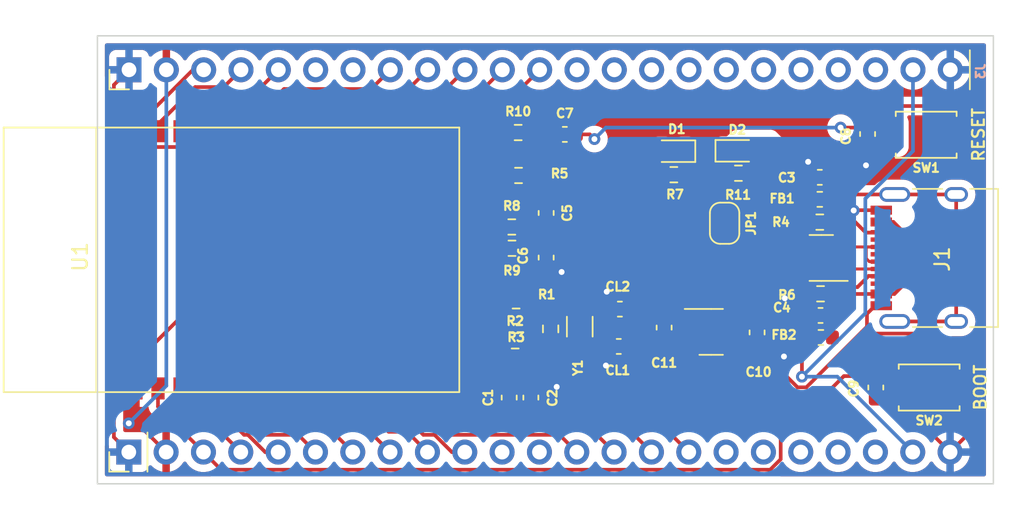
<source format=kicad_pcb>
(kicad_pcb (version 20211014) (generator pcbnew)
  (layers (0 "F.Cu" signal) (31 "B.Cu" signal) (34 "B.Paste" user) (35 "F.Paste" user) (36 "B.SilkS" user "B.Silkscreen") (37 "F.SilkS" user "F.Silkscreen") (38 "B.Mask" user) (39 "F.Mask" user) (44 "Edge.Cuts" user))
  (net 0 "")
  (net 1 "+3V3")
  (net 2 "GND")
  (net 3 "Net-(C3-Pad1)")
  (net 4 "VUSB")
  (net 5 "/USB_D+")
  (net 6 "/EN")
  (net 7 "/IO0")
  (net 8 "+5V")
  (net 9 "Net-(CL1-Pad2)")
  (net 10 "Net-(CL2-Pad2)")
  (net 11 "Net-(D1-Pad2)")
  (net 12 "Net-(D2-Pad2)")
  (net 13 "/D+")
  (net 14 "Net-(J1-PadB5)")
  (net 16 "/D-")
  (net 17 "Net-(J1-PadA5)")
  (net 19 "/IO1")
  (net 20 "/IO2")
  (net 21 "/IO3")
  (net 22 "/IO4")
  (net 23 "/IO5")
  (net 24 "/IO6")
  (net 25 "/IO7")
  (net 26 "/IO8")
  (net 27 "/IO9")
  (net 28 "/IO10")
  (net 29 "/IO11")
  (net 30 "/IO12")
  (net 31 "/IO13")
  (net 32 "/IO14")
  (net 33 "/IO15")
  (net 34 "/IO16")
  (net 35 "/IO17")
  (net 36 "/IO18")
  (net 37 "/IO46")
  (net 38 "/IO45")
  (net 39 "/IO44")
  (net 40 "/IO43")
  (net 41 "/IO42")
  (net 42 "/IO41")
  (net 43 "/IO40")
  (net 44 "/IO39")
  (net 45 "/IO38")
  (net 46 "/IO37")
  (net 47 "/IO36")
  (net 48 "/IO35")
  (net 49 "/IO34")
  (net 50 "/IO33")
  (net 51 "/IO26")
  (net 52 "/IO21")
  (net 53 "/IO20")
  (net 54 "/IO19")
  (net 55 "Net-(JP1-Pad1)")
  (net 56 "/TXD0")
  (net 57 "/RXD0")
  (net 58 "/USB_D-")
  (footprint "Capacitor_SMD:C_0603_1608Metric" (layer "F.Cu") (at 99.2124 74.3204 180)
    (fp_text reference "C4")
    (fp_text value "C_Small")
  )
  (footprint "Resistor_SMD:R_0603_1608Metric" (layer "F.Cu") (at 78.4992 74.3712 180)
    (fp_text reference "R3")
    (fp_text value "R_Small")
  )
  (footprint "Capacitor_SMD:C_0603_1608Metric" (layer "F.Cu") (at 85.4834 76.4286)
    (fp_text reference "CL1")
    (fp_text value "C_Small")
  )
  (footprint "Capacitor_SMD:C_0603_1608Metric" (layer "F.Cu") (at 81.8134 62.0014)
    (fp_text reference "C7")
    (fp_text value "C_Small")
  )
  (footprint "Resistor_SMD:R_0603_1608Metric" (layer "F.Cu") (at 78.6384 61.8744)
    (fp_text reference "R10")
    (fp_text value "R")
  )
  (footprint "Resistor_SMD:R_0603_1608Metric" (layer "F.Cu") (at 89.2302 64.7446 180)
    (fp_text reference "R7")
    (fp_text value "100r")
  )
  (footprint "Capacitor_SMD:C_0603_1608Metric" (layer "F.Cu") (at 99.1616 64.9224 180)
    (fp_text reference "C3")
    (fp_text value "C")
  )
  (footprint "Resistor_SMD:R_0603_1608Metric" (layer "F.Cu") (at 99.2124 72.8472 180)
    (fp_text reference "R6")
    (fp_text value "R")
  )
  (footprint "Capacitor_SMD:C_0603_1608Metric" (layer "F.Cu") (at 102.4128 61.976 -90)
    (fp_text reference "C8")
    (fp_text value "C")
  )
  (footprint "Resistor_SMD:R_0603_1608Metric" (layer "F.Cu") (at 78.4352 76.0476 180)
    (fp_text reference "R2")
    (fp_text value "R_Small")
  )
  (footprint "Connector_PinHeader_2.54mm:PinHeader_1x23_P2.54mm_Vertical" (layer "F.Cu") (at 52.1462 83.6168 90)
    (fp_text reference "J2" hide)
    (fp_text value "Conn_01x23" hide)
  )
  (footprint "ESP32-S2-Breakout:USB_C_Receptacle_HRO_TYPE-C-31-M-12" (layer "F.Cu") (at 107.3912 70.4088 90)
    (fp_text reference "J1")
    (fp_text value "USB_C_Receptacle_USB2.0" hide)
  )
  (footprint "Resistor_SMD:R_0603_1608Metric" (layer "F.Cu") (at 78.2198 69.7484)
    (fp_text reference "R9")
    (fp_text value "R_Small")
  )
  (footprint "Resistor_SMD:R_0603_1608Metric" (layer "F.Cu") (at 78.6638 64.7954)
    (fp_text reference "R5")
    (fp_text value "R_Small")
  )
  (footprint "Resistor_SMD:R_0603_1608Metric" (layer "F.Cu") (at 80.8482 75.2348 90)
    (fp_text reference "R1")
    (fp_text value "R_Small")
  )
  (footprint "ESP32-S2-Breakout:Alps_SKRK" (layer "F.Cu") (at 106.6038 79.2226 180)
    (fp_text reference "SW2")
    (fp_text value "BOOT")
  )
  (footprint "Capacitor_SMD:C_0603_1608Metric" (layer "F.Cu") (at 94.8944 75.4764 90)
    (fp_text reference "C10")
    (fp_text value "C")
  )
  (footprint "Capacitor_SMD:C_0603_1608Metric" (layer "F.Cu") (at 79.502 79.9084 90)
    (fp_text reference "C2")
    (fp_text value "0.1u")
  )
  (footprint "Capacitor_SMD:C_0603_1608Metric" (layer "F.Cu") (at 80.5434 70.3834 -90)
    (fp_text reference "C6")
    (fp_text value "C_Small")
  )
  (footprint "Inductor_SMD:L_0603_1608Metric" (layer "F.Cu") (at 99.1616 66.421 180)
    (fp_text reference "FB1")
    (fp_text value "FerriteBead")
  )
  (footprint "Package_TO_SOT_SMD:SOT-23-5" (layer "F.Cu") (at 91.7702 75.438)
    (fp_text reference "U3" hide)
    (fp_text value "XC6220B331MR")
  )
  (footprint "Capacitor_SMD:C_0603_1608Metric" (layer "F.Cu") (at 102.9716 79.2226 -90)
    (fp_text reference "C9")
    (fp_text value "C")
  )
  (footprint "Capacitor_SMD:C_0603_1608Metric" (layer "F.Cu") (at 88.5698 75.1462 -90)
    (fp_text reference "C11")
    (fp_text value "C")
  )
  (footprint "Resistor_SMD:R_0603_1608Metric" (layer "F.Cu") (at 99.1616 67.9704 180)
    (fp_text reference "R4")
    (fp_text value "R")
  )
  (footprint "Capacitor_SMD:C_0603_1608Metric" (layer "F.Cu") (at 85.5596 73.8886)
    (fp_text reference "CL2")
    (fp_text value "C_Small")
  )
  (footprint "LED_SMD:LED_0603_1608Metric" (layer "F.Cu") (at 93.5482 63.119)
    (fp_text reference "D2")
    (fp_text value "LED")
  )
  (footprint "LED_SMD:LED_0603_1608Metric" (layer "F.Cu") (at 89.2048 63.1444 180)
    (fp_text reference "D1")
    (fp_text value "led")
  )
  (footprint "Capacitor_SMD:C_0603_1608Metric" (layer "F.Cu") (at 80.5434 67.3484 -90)
    (fp_text reference "C5")
    (fp_text value "C_Small")
  )
  (footprint "Capacitor_SMD:C_0603_1608Metric" (layer "F.Cu") (at 78.0288 79.9084 90)
    (fp_text reference "C1")
    (fp_text value "22u")
  )
  (footprint "ESP32-S2-Breakout:Alps_SKRK" (layer "F.Cu") (at 106.4006 62.0268 180)
    (fp_text reference "SW1")
    (fp_text value "RESET")
  )
  (footprint "Package_TO_SOT_SMD:SOT-23-6" (layer "F.Cu") (at 99.2632 70.4088 180)
    (fp_text reference "U2" hide)
    (fp_text value "USBLC6-2SC6")
  )
  (footprint "Jumper:SolderJumper-2_P1.3mm_Bridged2Bar_RoundedPad1.0x1.5mm" (layer "F.Cu") (at 92.6846 68.0466 -90)
    (fp_text reference "JP1")
    (fp_text value "SolderJumper_2_Bridged")
  )
  (footprint "Connector_PinHeader_2.54mm:PinHeader_1x23_P2.54mm_Vertical" (layer "F.Cu") (at 52.1612 57.6072 90)
    (fp_text reference "J3")
    (fp_text value "Conn_01x23" hide)
  )
  (footprint "ESP32-S2-Breakout:Crystal_SMD_3215-2Pin_3.2x1.5mm" (layer "F.Cu") (at 82.8294 75.0824 90)
    (fp_text reference "Y1")
    (fp_text value "32.768KHz 12.5p" hide)
  )
  (footprint "Resistor_SMD:R_0603_1608Metric" (layer "F.Cu") (at 78.2066 68.3006)
    (fp_text reference "R8")
    (fp_text value "22r")
  )
  (footprint "Inductor_SMD:L_0603_1608Metric" (layer "F.Cu") (at 99.2378 75.819 180)
    (fp_text reference "FB2")
    (fp_text value "FerriteBead")
  )
  (footprint "Resistor_SMD:R_0603_1608Metric" (layer "F.Cu") (at 93.6244 64.643)
    (fp_text reference "R11")
    (fp_text value "R")
  )
  (footprint "ESP32-S2-Breakout:ESP32-S2-WROOM" (layer "F.Cu") (at 43.633212 79.5358 90)
    (fp_text reference "U1")
    (fp_text value "ESP32-S2-WROOM")
  )
  (gr_rect locked (start 50.0126 55.2958) (end 110.9726 85.7758) (layer "Edge.Cuts") (width 0.1) (fill none))
  (segment (start 79.4634 64.77) (end 79.4888 64.7954) (width 0.25) (layer "F.Cu") (net 1))
  (segment (start 52.145 81.658) (end 52.7274 81.658) (width 0.25) (layer "F.Cu") (net 1))
  (segment (start 52.7274 81.658) (end 54.6862 83.6168) (width 0.25) (layer "F.Cu") (net 1))
  (segment (start 52.633212 81.169788) (end 52.633212 79.2858) (width 0.25) (layer "F.Cu") (net 1))
  (segment (start 79.4634 61.8744) (end 79.4634 64.77) (width 0.25) (layer "F.Cu") (net 1))
  (segment (start 52.145 81.658) (end 52.633212 81.169788) (width 0.25) (layer "F.Cu") (net 1))
  (via (at 52.145 81.658) (size 0.8) (drill 0.4) (layers "F.Cu" "B.Cu") (net 1))
  (segment (start 54.7012 57.6072) (end 54.7012 79.1018) (width 0.25) (layer "B.Cu") (net 1))
  (segment (start 54.7012 79.1018) (end 52.145 81.658) (width 0.25) (layer "B.Cu") (net 1))
  (segment (start 59.183212 70.2258) (end 59.183212 71.7258) (width 0.25) (layer "F.Cu") (net 2))
  (segment (start 98.3866 63.8856) (end 98.367 63.866) (width 0.25) (layer "F.Cu") (net 2))
  (segment (start 109.42832 82.21468) (end 109.42832 78.205337) (width 0.25) (layer "F.Cu") (net 2))
  (segment (start 98.3866 64.9224) (end 95.78368 62.31948) (width 0.25) (layer "F.Cu") (net 2))
  (segment (start 84.7846 73.8886) (end 84.7846 72.8236) (width 0.25) (layer "F.Cu") (net 2))
  (segment (start 102.9716 79.9976) (end 103.7288 79.9976) (width 0.25) (layer "F.Cu") (net 2))
  (segment (start 56.893212 73.2258) (end 57.683212 73.2258) (width 0.25) (layer "F.Cu") (net 2))
  (segment (start 59.183212 71.7258) (end 57.683212 71.7258) (width 0.25) (layer "F.Cu") (net 2))
  (segment (start 90.6327 75.438) (end 90.249128 75.438) (width 0.25) (layer "F.Cu") (net 2))
  (segment (start 88.5698 75.9212) (end 89.053 75.438) (width 0.25) (layer "F.Cu") (net 2))
  (segment (start 98.3741 67.8567) (end 98.3366 67.8942) (width 0.25) (layer "F.Cu") (net 2))
  (segment (start 84.7846 72.8236) (end 84.665 72.704) (width 0.25) (layer "F.Cu") (net 2))
  (segment (start 89.64568 74.834552) (end 89.64568 74.141448) (width 0.25) (layer "F.Cu") (net 2))
  (segment (start 60.683212 73.2258) (end 60.683212 70.2258) (width 0.25) (layer "F.Cu") (net 2))
  (segment (start 96.779 73.151) (end 98.0836 73.151) (width 0.25) (layer "F.Cu") (net 2))
  (segment (start 102.305 62.8588) (end 102.4128 62.751) (width 0.25) (layer "F.Cu") (net 2))
  (segment (start 80.749 71.364) (end 80.5434 71.1584) (width 0.25) (layer "F.Cu") (net 2))
  (segment (start 96.723 78.287614) (end 96.723 77.114) (width 0.25) (layer "F.Cu") (net 2))
  (segment (start 89.053 75.438) (end 90.6327 75.438) (width 0.25) (layer "F.Cu") (net 2))
  (segment (start 102.11832 75.55332) (end 102.010807 75.445807) (width 0.25) (layer "F.Cu") (net 2))
  (segment (start 98.3866 64.9224) (end 98.3866 63.8856) (width 0.25) (layer "F.Cu") (net 2))
  (segment (start 88.5698 75.9212) (end 88.27768 75.62908) (width 0.25) (layer "F.Cu") (net 2))
  (segment (start 57.683212 73.2258) (end 60.683212 73.2258) (width 0.25) (layer "F.Cu") (net 2))
  (segment (start 98.246103 79.210511) (end 97.645897 79.210511) (width 0.25) (layer "F.Cu") (net 2))
  (segment (start 104.5038 79.2226) (end 105.82832 80.54712) (width 0.25) (layer "F.Cu") (net 2))
  (segment (start 85.50792 75.62908) (end 84.7084 76.4286) (width 0.25) (layer "F.Cu") (net 2))
  (segment (start 96.5454 74.7014) (end 96.9264 74.3204) (width 0.25) (layer "F.Cu") (net 2))
  (segment (start 51.133212 79.2858) (end 51.133212 82.603812) (width 0.25) (layer "F.Cu") (net 2))
  (segment (start 93.56022 62.31948) (end 92.7607 63.119) (width 0.25) (layer "F.Cu") (net 2))
  (segment (start 97.645897 79.210511) (end 96.723 78.287614) (width 0.25) (layer "F.Cu") (net 2))
  (segment (start 60.683212 70.2258) (end 57.683212 70.2258) (width 0.25) (layer "F.Cu") (net 2))
  (segment (start 105.82832 80.54712) (end 105.82832 81.41892) (width 0.25) (layer "F.Cu") (net 2))
  (segment (start 98.3866 66.4085) (end 98.3741 66.421) (width 0.25) (layer "F.Cu") (net 2))
  (segment (start 102.305 64.107) (end 102.305 62.8588) (width 0.25) (layer "F.Cu") (net 2))
  (segment (start 81.595 71.364) (end 80.749 71.364) (width 0.25) (layer "F.Cu") (net 2))
  (segment (start 77.470812 66.5734) (end 80.5434 66.5734) (width 0.25) (layer "F.Cu") (net 2))
  (segment (start 51.133212 79.2858) (end 51.133212 78.9858) (width 0.25) (layer "F.Cu") (net 2))
  (segment (start 96.9264 74.3204) (end 98.4374 74.3204) (width 0.25) (layer "F.Cu") (net 2))
  (segment (start 89.64568 74.141448) (end 89.923648 73.86348) (width 0.25) (layer "F.Cu") (net 2))
  (segment (start 102.9212 73.6588) (end 102.3712 74.2088) (width 0.25) (layer "F.Cu") (net 2))
  (segment (start 79.502 79.1334) (end 81.2134 79.1334) (width 0.25) (layer "F.Cu") (net 2))
  (segment (start 101.4872 67.1588) (end 101.468 67.178) (width 0.25) (layer "F.Cu") (net 2))
  (segment (start 95.78368 62.31948) (end 93.56022 62.31948) (width 0.25) (layer "F.Cu") (net 2))
  (segment (start 108.0262 83.6168) (end 109.42832 82.21468) (width 0.25) (layer "F.Cu") (net 2))
  (segment (start 103.3462 73.6588) (end 102.9212 73.6588) (width 0.25) (layer "F.Cu") (net 2))
  (segment (start 98.3874 74.2704) (end 98.4374 74.3204) (width 0.25) (layer "F.Cu") (net 2))
  (segment (start 89.923648 73.86348) (end 94.05648 73.86348) (width 0.25) (layer "F.Cu") (net 2))
  (segment (start 98.3366 66.4585) (end 98.3741 66.421) (width 0.25) (layer "F.Cu") (net 2))
  (segment (start 106.776303 75.55332) (end 102.11832 75.55332) (width 0.25) (layer "F.Cu") (net 2))
  (segment (start 94.8944 74.7014) (end 96.5454 74.7014) (width 0.25) (layer "F.Cu") (net 2))
  (segment (start 88.27768 75.62908) (end 85.50792 75.62908) (width 0.25) (layer "F.Cu") (net 2))
  (segment (start 102.3712 75.085414) (end 98.246103 79.210511) (width 0.25) (layer "F.Cu") (net 2))
  (segment (start 103.3462 67.1588) (end 101.4872 67.1588) (width 0.25) (layer "F.Cu") (net 2))
  (segment (start 94.05648 73.86348) (end 94.8944 74.7014) (width 0.25) (layer "F.Cu") (net 2))
  (segment (start 84.609 76.528) (end 84.7084 76.4286) (width 0.25) (layer "F.Cu") (net 2))
  (segment (start 84.609 77.728) (end 84.609 76.528) (width 0.25) (layer "F.Cu") (net 2))
  (segment (start 52.1612 57.6072) (end 51.133212 58.635188) (width 0.25) (layer "F.Cu") (net 2))
  (segment (start 78.0288 79.1334) (end 79.502 79.1334) (width 0.25) (layer "F.Cu") (net 2))
  (segment (start 81.0384 66.0784) (end 80.5434 66.5734) (width 0.25) (layer "F.Cu") (net 2))
  (segment (start 92.7353 63.1444) (end 92.7607 63.119) (width 0.25) (layer "F.Cu") (net 2))
  (segment (start 84.7846 76.3524) (end 84.7084 76.4286) (width 0.25) (layer "F.Cu") (net 2))
  (segment (start 98.0836 73.151) (end 98.3874 72.8472) (width 0.25) (layer "F.Cu") (net 2))
  (segment (start 90.249128 75.438) (end 89.64568 74.834552) (width 0.25) (layer "F.Cu") (net 2))
  (segment (start 51.133212 78.9858) (end 56.893212 73.2258) (width 0.25) (layer "F.Cu") (net 2))
  (segment (start 104.3006 62.0268) (end 103.137 62.0268) (width 0.25) (layer "F.Cu") (net 2))
  (segment (start 89.9923 63.1444) (end 92.7353 63.1444) (width 0.25) (layer "F.Cu") (net 2))
  (segment (start 81.0384 62.0014) (end 81.0384 66.0784) (width 0.25) (layer "F.Cu") (net 2))
  (segment (start 98.3741 66.421) (end 98.3741 67.8567) (width 0.25) (layer "F.Cu") (net 2))
  (segment (start 51.133212 58.635188) (end 51.133212 61.7858) (width 0.25) (layer "F.Cu") (net 2))
  (segment (start 103.137 62.0268) (end 102.4128 62.751) (width 0.25) (layer "F.Cu") (net 2))
  (segment (start 102.3712 74.2088) (end 102.3712 75.085414) (width 0.25) (layer "F.Cu") (net 2))
  (segment (start 57.683212 70.2258) (end 57.683212 73.2258) (width 0.25) (layer "F.Cu") (net 2))
  (segment (start 51.133212 82.603812) (end 52.1462 83.6168) (width 0.25) (layer "F.Cu") (net 2))
  (segment (start 103.7288 79.9976) (end 104.5038 79.2226) (width 0.25) (layer "F.Cu") (net 2))
  (segment (start 105.82832 81.41892) (end 108.0262 83.6168) (width 0.25) (layer "F.Cu") (net 2))
  (segment (start 74.383212 63.7858) (end 74.683212 63.7858) (width 0.25) (layer "F.Cu") (net 2))
  (segment (start 109.42832 78.205337) (end 106.776303 75.55332) (width 0.25) (layer "F.Cu") (net 2))
  (segment (start 98.3866 64.9224) (end 98.3866 66.4085) (width 0.25) (layer "F.Cu") (net 2))
  (segment (start 74.683212 63.7858) (end 77.470812 66.5734) (width 0.25) (layer "F.Cu") (net 2))
  (segment (start 84.7846 73.8886) (end 84.7846 76.3524) (width 0.25) (layer "F.Cu") (net 2))
  (segment (start 81.2134 79.1334) (end 81.26 79.18) (width 0.25) (layer "F.Cu") (net 2))
  (segment (start 98.3874 72.8472) (end 98.3874 74.2704) (width 0.25) (layer "F.Cu") (net 2))
  (via (at 98.367 63.866) (size 0.8) (drill 0.4) (layers "F.Cu" "B.Cu") (net 2))
  (via (at 102.305 64.107) (size 0.8) (drill 0.4) (layers "F.Cu" "B.Cu") (net 2))
  (via (at 84.609 77.728) (size 0.8) (drill 0.4) (layers "F.Cu" "B.Cu") (net 2))
  (via (at 101.468 67.178) (size 0.8) (drill 0.4) (layers "F.Cu" "B.Cu") (net 2))
  (via (at 84.665 72.704) (size 0.8) (drill 0.4) (layers "F.Cu" "B.Cu") (net 2))
  (via (at 81.26 79.18) (size 0.8) (drill 0.4) (layers "F.Cu" "B.Cu") (net 2))
  (via (at 81.595 71.364) (size 0.8) (drill 0.4) (layers "F.Cu" "B.Cu") (net 2))
  (via (at 96.779 73.151) (size 0.8) (drill 0.4) (layers "F.Cu" "B.Cu") (net 2))
  (via (at 96.723 77.114) (size 0.8) (drill 0.4) (layers "F.Cu" "B.Cu") (net 2))
  (segment (start 84.665 72.704) (end 83.325 71.364) (width 0.25) (layer "B.Cu") (net 2))
  (segment (start 83.325 71.364) (end 81.595 71.364) (width 0.25) (layer "B.Cu") (net 2))
  (segment (start 96.723 73.207) (end 96.779 73.151) (width 0.25) (layer "B.Cu") (net 2))
  (segment (start 101.468 67.178) (end 101.468 64.944) (width 0.25) (layer "B.Cu") (net 2))
  (segment (start 101.468 68.462) (end 96.779 73.151) (width 0.25) (layer "B.Cu") (net 2))
  (segment (start 96.723 77.114) (end 96.723 73.207) (width 0.25) (layer "B.Cu") (net 2))
  (segment (start 101.468 64.944) (end 102.305 64.107) (width 0.25) (layer "B.Cu") (net 2))
  (segment (start 82.712 77.728) (end 84.609 77.728) (width 0.25) (layer "B.Cu") (net 2))
  (segment (start 101.468 67.178) (end 101.468 68.462) (width 0.25) (layer "B.Cu") (net 2))
  (segment (start 81.26 79.18) (end 82.712 77.728) (width 0.25) (layer "B.Cu") (net 2))
  (segment (start 98.367 63.866) (end 102.064 63.866) (width 0.25) (layer "B.Cu") (net 2))
  (segment (start 102.064 63.866) (end 102.305 64.107) (width 0.25) (layer "B.Cu") (net 2))
  (segment (start 104.2612 66.0888) (end 108.4412 66.0888) (width 0.25) (layer "F.Cu") (net 3))
  (segment (start 99.9366 66.4085) (end 99.9491 66.421) (width 0.25) (layer "F.Cu") (net 3))
  (segment (start 99.9366 64.9224) (end 99.9366 66.4085) (width 0.25) (layer "F.Cu") (net 3))
  (segment (start 108.4412 74.7288) (end 104.2612 74.7288) (width 0.25) (layer "F.Cu") (net 3))
  (segment (start 100.2813 66.0888) (end 104.2612 66.0888) (width 0.25) (layer "F.Cu") (net 3))
  (segment (start 99.9491 66.421) (end 100.2813 66.0888) (width 0.25) (layer "F.Cu") (net 3))
  (segment (start 108.4412 66.0888) (end 108.4412 74.7288) (width 0.25) (layer "F.Cu") (net 3))
  (segment (start 104.239289 72.8588) (end 103.3462 72.8588) (width 0.25) (layer "F.Cu") (net 4))
  (segment (start 100.0253 74.3583) (end 99.9874 74.3204) (width 0.25) (layer "F.Cu") (net 4))
  (segment (start 100.0253 75.819) (end 100.0253 74.3583) (width 0.25) (layer "F.Cu") (net 4))
  (segment (start 104.795231 72.302858) (end 104.239289 72.8588) (width 0.25) (layer "F.Cu") (net 4))
  (segment (start 103.3462 72.8588) (end 101.449 72.8588) (width 0.25) (layer "F.Cu") (net 4))
  (segment (start 104.795231 68.583809) (end 104.795231 72.302858) (width 0.25) (layer "F.Cu") (net 4))
  (segment (start 104.170222 67.9588) (end 104.795231 68.583809) (width 0.25) (layer "F.Cu") (net 4))
  (segment (start 103.3462 67.9588) (end 104.170222 67.9588) (width 0.25) (layer "F.Cu") (net 4))
  (segment (start 101.449 72.8588) (end 99.9874 74.3204) (width 0.25) (layer "F.Cu") (net 4))
  (segment (start 52.633212 61.4858) (end 56.511812 57.6072) (width 0.25) (layer "F.Cu") (net 6))
  (segment (start 76.827489 62.860311) (end 77.8134 61.8744) (width 0.25) (layer "F.Cu") (net 6))
  (segment (start 81.66188 61.07488) (end 82.5884 62.0014) (width 0.25) (layer "F.Cu") (net 6))
  (segment (start 108.5006 62.0268) (end 108.5006 60.5962) (width 0.25) (layer "F.Cu") (net 6))
  (segment (start 83.5074 62.0014) (end 83.827 62.321) (width 0.25) (layer "F.Cu") (net 6))
  (segment (start 52.633212 61.7858) (end 52.633212 62.0858) (width 0.25) (layer "F.Cu") (net 6))
  (segment (start 52.633212 62.0858) (end 53.407723 62.860311) (width 0.25) (layer "F.Cu") (net 6))
  (segment (start 82.5884 62.0014) (end 83.5074 62.0014) (width 0.25) (layer "F.Cu") (net 6))
  (segment (start 107.9754 60.071) (end 103.5428 60.071) (width 0.25) (layer "F.Cu") (net 6))
  (segment (start 108.5006 60.5962) (end 107.9754 60.071) (width 0.25) (layer "F.Cu") (net 6))
  (segment (start 102.0748 61.539) (end 102.4128 61.201) (width 0.25) (layer "F.Cu") (net 6))
  (segment (start 56.511812 57.6072) (end 57.2412 57.6072) (width 0.25) (layer "F.Cu") (net 6))
  (segment (start 52.633212 61.7858) (end 52.633212 61.4858) (width 0.25) (layer "F.Cu") (net 6))
  (segment (start 100.575 61.539) (end 102.0748 61.539) (width 0.25) (layer "F.Cu") (net 6))
  (segment (start 103.5428 60.071) (end 102.4128 61.201) (width 0.25) (layer "F.Cu") (net 6))
  (segment (start 78.61292 61.07488) (end 81.66188 61.07488) (width 0.25) (layer "F.Cu") (net 6))
  (segment (start 77.8134 61.8744) (end 78.61292 61.07488) (width 0.25) (layer "F.Cu") (net 6))
  (segment (start 53.407723 62.860311) (end 76.827489 62.860311) (width 0.25) (layer "F.Cu") (net 6))
  (via (at 83.827 62.321) (size 0.8) (drill 0.4) (layers "F.Cu" "B.Cu") (net 6))
  (via (at 100.575 61.539) (size 0.8) (drill 0.4) (layers "F.Cu" "B.Cu") (net 6))
  (segment (start 83.827 62.321) (end 84.609 61.539) (width 0.25) (layer "B.Cu") (net 6))
  (segment (start 84.609 61.539) (end 100.575 61.539) (width 0.25) (layer "B.Cu") (net 6))
  (segment (start 58.4264 84.817) (end 57.2262 83.6168) (width 0.25) (layer "F.Cu") (net 7))
  (segment (start 96.500711 84.103299) (end 95.78701 84.817) (width 0.25) (layer "F.Cu") (net 7))
  (segment (start 107.904879 77.3176) (end 108.7038 78.116521) (width 0.25) (layer "F.Cu") (net 7))
  (segment (start 108.7038 78.116521) (end 108.7038 79.2226) (width 0.25) (layer "F.Cu") (net 7))
  (segment (start 96.500711 82.746289) (end 96.500711 84.103299) (width 0.25) (layer "F.Cu") (net 7))
  (segment (start 102.9716 78.4476) (end 104.1016 77.3176) (width 0.25) (layer "F.Cu") (net 7))
  (segment (start 102.9716 78.4476) (end 100.7994 78.4476) (width 0.25) (layer "F.Cu") (net 7))
  (segment (start 54.133212 80.523812) (end 57.2262 83.6168) (width 0.25) (layer "F.Cu") (net 7))
  (segment (start 104.1016 77.3176) (end 107.904879 77.3176) (width 0.25) (layer "F.Cu") (net 7))
  (segment (start 95.78701 84.817) (end 58.4264 84.817) (width 0.25) (layer "F.Cu") (net 7))
  (segment (start 54.133212 79.2858) (end 54.133212 80.523812) (width 0.25) (layer "F.Cu") (net 7))
  (segment (start 100.7994 78.4476) (end 96.500711 82.746289) (width 0.25) (layer "F.Cu") (net 7))
  (segment (start 90.6327 74.488) (end 91.016272 74.488) (width 0.25) (layer "F.Cu") (net 8))
  (segment (start 91.016272 76.388) (end 90.6327 76.388) (width 0.25) (layer "F.Cu") (net 8))
  (segment (start 96.5454 75.819) (end 98.4503 75.819) (width 0.25) (layer "F.Cu") (net 8))
  (segment (start 91.25722 77.01252) (end 94.13328 77.01252) (width 0.25) (layer "F.Cu") (net 8))
  (segment (start 90.6327 76.388) (end 91.25722 77.01252) (width 0.25) (layer "F.Cu") (net 8))
  (segment (start 91.61972 75.784552) (end 91.016272 76.388) (width 0.25) (layer "F.Cu") (net 8))
  (segment (start 97.946 78.486) (end 97.946 76.3233) (width 0.25) (layer "F.Cu") (net 8))
  (segment (start 91.61972 75.091448) (end 91.61972 75.784552) (width 0.25) (layer "F.Cu") (net 8))
  (segment (start 94.13328 77.01252) (end 94.8944 76.2514) (width 0.25) (layer "F.Cu") (net 8))
  (segment (start 97.946 76.3233) (end 98.4503 75.819) (width 0.25) (layer "F.Cu") (net 8))
  (segment (start 91.016272 74.488) (end 91.61972 75.091448) (width 0.25) (layer "F.Cu") (net 8))
  (segment (start 94.8944 76.2514) (end 96.113 76.2514) (width 0.25) (layer "F.Cu") (net 8))
  (segment (start 96.113 76.2514) (end 96.5454 75.819) (width 0.25) (layer "F.Cu") (net 8))
  (via (at 97.946 78.486) (size 0.8) (drill 0.4) (layers "F.Cu" "B.Cu") (net 8))
  (segment (start 102.26 74.172) (end 97.946 78.486) (width 0.25) (layer "B.Cu") (net 8))
  (segment (start 105.5012 57.6072) (end 105.5012 63.132753) (width 0.25) (layer "B.Cu") (net 8))
  (segment (start 102.26 66.373953) (end 102.26 74.172) (width 0.25) (layer "B.Cu") (net 8))
  (segment (start 100.3554 78.486) (end 97.946 78.486) (width 0.25) (layer "B.Cu") (net 8))
  (segment (start 105.4862 83.6168) (end 100.3554 78.486) (width 0.25) (layer "B.Cu") (net 8))
  (segment (start 105.5012 63.132753) (end 102.26 66.373953) (width 0.25) (layer "B.Cu") (net 8))
  (segment (start 80.8482 76.0598) (end 82.5568 76.0598) (width 0.25) (layer "F.Cu") (net 9))
  (segment (start 82.8294 77.6794) (end 83.66 78.51) (width 0.25) (layer "F.Cu") (net 9))
  (segment (start 85.67 78.51) (end 86.2584 77.9216) (width 0.25) (layer "F.Cu") (net 9))
  (segment (start 82.8294 76.3324) (end 82.8294 77.6794) (width 0.25) (layer "F.Cu") (net 9))
  (segment (start 82.5568 76.0598) (end 82.8294 76.3324) (width 0.25) (layer "F.Cu") (net 9))
  (segment (start 80.836 76.0476) (end 80.8482 76.0598) (width 0.25) (layer "F.Cu") (net 9))
  (segment (start 79.2602 76.0476) (end 80.836 76.0476) (width 0.25) (layer "F.Cu") (net 9))
  (segment (start 86.2584 77.9216) (end 86.2584 76.4286) (width 0.25) (layer "F.Cu") (net 9))
  (segment (start 83.66 78.51) (end 85.67 78.51) (width 0.25) (layer "F.Cu") (net 9))
  (segment (start 79.3242 74.3712) (end 80.8096 74.3712) (width 0.25) (layer "F.Cu") (net 10))
  (segment (start 84.162 71.867) (end 85.446 71.867) (width 0.25) (layer "F.Cu") (net 10))
  (segment (start 86.3346 72.7556) (end 86.3346 73.8886) (width 0.25) (layer "F.Cu") (net 10))
  (segment (start 80.8482 74.4098) (end 82.252 74.4098) (width 0.25) (layer "F.Cu") (net 10))
  (segment (start 82.8294 73.1996) (end 84.162 71.867) (width 0.25) (layer "F.Cu") (net 10))
  (segment (start 82.8294 73.8324) (end 82.8294 73.1996) (width 0.25) (layer "F.Cu") (net 10))
  (segment (start 80.8096 74.3712) (end 80.8482 74.4098) (width 0.25) (layer "F.Cu") (net 10))
  (segment (start 85.446 71.867) (end 86.3346 72.7556) (width 0.25) (layer "F.Cu") (net 10))
  (segment (start 82.252 74.4098) (end 82.8294 73.8324) (width 0.25) (layer "F.Cu") (net 10))
  (segment (start 88.4173 64.7325) (end 88.4052 64.7446) (width 0.25) (layer "F.Cu") (net 11))
  (segment (start 88.4173 63.1444) (end 88.4173 64.7325) (width 0.25) (layer "F.Cu") (net 11))
  (segment (start 94.3357 63.119) (end 94.3357 64.5293) (width 0.25) (layer "F.Cu") (net 12))
  (segment (start 94.3357 64.5293) (end 94.4494 64.643) (width 0.25) (layer "F.Cu") (net 12))
  (segment (start 100.4007 69.4588) (end 100.6007 69.6588) (width 0.2) (layer "F.Cu") (net 13))
  (segment (start 103.3462 69.6588) (end 102.372178 69.6588) (width 0.2) (layer "F.Cu") (net 13))
  (segment (start 102.321689 70.444689) (end 102.5358 70.6588) (width 0.2) (layer "F.Cu") (net 13))
  (segment (start 102.5358 70.6588) (end 103.3462 70.6588) (width 0.2) (layer "F.Cu") (net 13))
  (segment (start 100.6007 69.6588) (end 103.3462 69.6588) (width 0.2) (layer "F.Cu") (net 13))
  (segment (start 102.321689 69.709289) (end 102.321689 70.444689) (width 0.2) (layer "F.Cu") (net 13))
  (segment (start 102.372178 69.6588) (end 102.5518 69.6588) (width 0.2) (layer "F.Cu") (net 13))
  (segment (start 102.372178 69.6588) (end 102.321689 69.709289) (width 0.2) (layer "F.Cu") (net 13))
  (segment (start 99.9866 67.9704) (end 101.5746 67.9704) (width 0.25) (layer "F.Cu") (net 14))
  (segment (start 101.5746 67.9704) (end 102.288489 68.684289) (width 0.25) (layer "F.Cu") (net 14))
  (segment (start 102.288489 68.684289) (end 103.378 68.684289) (width 0.25) (layer "F.Cu") (net 14))
  (segment (start 103.378 68.684289) (end 103.352511 68.6588) (width 0.25) (layer "F.Cu") (net 14))
  (segment (start 103.352511 68.6588) (end 103.3462 68.6588) (width 0.25) (layer "F.Cu") (net 14))
  (segment (start 104.370711 70.209289) (end 104.370711 70.940089) (width 0.2) (layer "F.Cu") (net 16))
  (segment (start 104.152 71.1588) (end 103.3462 71.1588) (width 0.2) (layer "F.Cu") (net 16))
  (segment (start 104.370711 70.940089) (end 104.152 71.1588) (width 0.2) (layer "F.Cu") (net 16))
  (segment (start 100.6007 71.1588) (end 103.3462 71.1588) (width 0.2) (layer "F.Cu") (net 16))
  (segment (start 104.320222 70.1588) (end 104.370711 70.209289) (width 0.2) (layer "F.Cu") (net 16))
  (segment (start 100.4007 71.3588) (end 100.6007 71.1588) (width 0.2) (layer "F.Cu") (net 16))
  (segment (start 103.3462 70.1588) (end 104.320222 70.1588) (width 0.2) (layer "F.Cu") (net 16))
  (segment (start 100.0374 72.8472) (end 100.4946 72.39) (width 0.25) (layer "F.Cu") (net 17))
  (segment (start 101.727 72.39) (end 102.483689 71.633311) (width 0.25) (layer "F.Cu") (net 17))
  (segment (start 103.320711 71.633311) (end 103.3462 71.6588) (width 0.25) (layer "F.Cu") (net 17))
  (segment (start 100.4946 72.39) (end 101.727 72.39) (width 0.25) (layer "F.Cu") (net 17))
  (segment (start 102.483689 71.633311) (end 103.320711 71.633311) (width 0.25) (layer "F.Cu") (net 17))
  (segment (start 55.633212 79.2858) (end 55.633212 79.483812) (width 0.25) (layer "F.Cu") (net 19))
  (segment (start 55.633212 79.483812) (end 59.7662 83.6168) (width 0.25) (layer "F.Cu") (net 19))
  (segment (start 59.989701 82.442289) (end 60.252699 82.442289) (width 0.25) (layer "F.Cu") (net 20))
  (segment (start 60.252699 82.442289) (end 61.42721 83.6168) (width 0.25) (layer "F.Cu") (net 20))
  (segment (start 57.133212 79.5858) (end 59.989701 82.442289) (width 0.25) (layer "F.Cu") (net 20))
  (segment (start 57.133212 79.2858) (end 57.133212 79.5858) (width 0.25) (layer "F.Cu") (net 20))
  (segment (start 61.42721 83.6168) (end 62.3062 83.6168) (width 0.25) (layer "F.Cu") (net 20))
  (segment (start 63.671689 82.442289) (end 64.8462 83.6168) (width 0.25) (layer "F.Cu") (net 21))
  (segment (start 58.633212 79.5858) (end 61.489701 82.442289) (width 0.25) (layer "F.Cu") (net 21))
  (segment (start 61.489701 82.442289) (end 63.671689 82.442289) (width 0.25) (layer "F.Cu") (net 21))
  (segment (start 58.633212 79.2858) (end 58.633212 79.5858) (width 0.25) (layer "F.Cu") (net 21))
  (segment (start 65.478243 81.708843) (end 67.3862 83.6168) (width 0.25) (layer "F.Cu") (net 22))
  (segment (start 60.133212 79.2858) (end 60.133212 79.5858) (width 0.25) (layer "F.Cu") (net 22))
  (segment (start 62.256255 81.708843) (end 65.478243 81.708843) (width 0.25) (layer "F.Cu") (net 22))
  (segment (start 60.133212 79.5858) (end 62.256255 81.708843) (width 0.25) (layer "F.Cu") (net 22))
  (segment (start 67.568733 81.259333) (end 69.9262 83.6168) (width 0.25) (layer "F.Cu") (net 23))
  (segment (start 61.633212 79.2858) (end 61.633212 79.5858) (width 0.25) (layer "F.Cu") (net 23))
  (segment (start 63.306745 81.259333) (end 67.568733 81.259333) (width 0.25) (layer "F.Cu") (net 23))
  (segment (start 61.633212 79.5858) (end 63.306745 81.259333) (width 0.25) (layer "F.Cu") (net 23))
  (segment (start 63.133212 79.2858) (end 63.133212 79.5858) (width 0.25) (layer "F.Cu") (net 24))
  (segment (start 68.405118 80.809822) (end 69.832806 82.23751) (width 0.25) (layer "F.Cu") (net 24))
  (segment (start 71.08691 82.23751) (end 72.4662 83.6168) (width 0.25) (layer "F.Cu") (net 24))
  (segment (start 64.357234 80.809822) (end 68.405118 80.809822) (width 0.25) (layer "F.Cu") (net 24))
  (segment (start 63.133212 79.5858) (end 64.357234 80.809822) (width 0.25) (layer "F.Cu") (net 24))
  (segment (start 69.832806 82.23751) (end 71.08691 82.23751) (width 0.25) (layer "F.Cu") (net 24))
  (segment (start 65.358701 79.2858) (end 65.358701 80.360311) (width 0.25) (layer "F.Cu") (net 25))
  (segment (start 64.633212 79.2858) (end 65.358701 79.2858) (width 0.25) (layer "F.Cu") (net 25))
  (segment (start 74.12721 83.6168) (end 75.0062 83.6168) (width 0.25) (layer "F.Cu") (net 25))
  (segment (start 71.535 81.788) (end 72.189289 82.442289) (width 0.25) (layer "F.Cu") (net 25))
  (segment (start 70.737 81.788) (end 71.535 81.788) (width 0.25) (layer "F.Cu") (net 25))
  (segment (start 65.358701 80.360311) (end 69.309311 80.360311) (width 0.25) (layer "F.Cu") (net 25))
  (segment (start 69.309311 80.360311) (end 70.737 81.788) (width 0.25) (layer "F.Cu") (net 25))
  (segment (start 72.189289 82.442289) (end 72.952699 82.442289) (width 0.25) (layer "F.Cu") (net 25))
  (segment (start 72.952699 82.442289) (end 74.12721 83.6168) (width 0.25) (layer "F.Cu") (net 25))
  (segment (start 81.451689 82.442289) (end 73.588403 82.442289) (width 0.25) (layer "F.Cu") (net 28))
  (segment (start 72.375482 81.992778) (end 71.163193 80.780489) (width 0.25) (layer "F.Cu") (net 28))
  (segment (start 71.163193 80.780489) (end 70.365193 80.780489) (width 0.25) (layer "F.Cu") (net 28))
  (segment (start 73.588403 82.442289) (end 73.138892 81.992778) (width 0.25) (layer "F.Cu") (net 28))
  (segment (start 73.138892 81.992778) (end 72.375482 81.992778) (width 0.25) (layer "F.Cu") (net 28))
  (segment (start 70.365193 80.780489) (end 69.133212 79.548508) (width 0.25) (layer "F.Cu") (net 28))
  (segment (start 69.133212 79.548508) (end 69.133212 79.2858) (width 0.25) (layer "F.Cu") (net 28))
  (segment (start 82.6262 83.6168) (end 81.451689 82.442289) (width 0.25) (layer "F.Cu") (net 28))
  (segment (start 70.633212 79.5858) (end 70.633212 79.2858) (width 0.25) (layer "F.Cu") (net 29))
  (segment (start 83.542178 81.992778) (end 73.774596 81.992778) (width 0.25) (layer "F.Cu") (net 29))
  (segment (start 73.325085 81.543267) (end 72.590679 81.543267) (width 0.25) (layer "F.Cu") (net 29))
  (segment (start 85.1662 83.6168) (end 83.542178 81.992778) (width 0.25) (layer "F.Cu") (net 29))
  (segment (start 73.774596 81.992778) (end 73.325085 81.543267) (width 0.25) (layer "F.Cu") (net 29))
  (segment (start 72.590679 81.543267) (end 70.633212 79.5858) (width 0.25) (layer "F.Cu") (net 29))
  (segment (start 72.133212 79.5858) (end 72.133212 79.2858) (width 0.25) (layer "F.Cu") (net 30))
  (segment (start 74.005332 81.45792) (end 72.133212 79.5858) (width 0.25) (layer "F.Cu") (net 30))
  (segment (start 87.7062 83.6168) (end 85.54732 81.45792) (width 0.25) (layer "F.Cu") (net 30))
  (segment (start 85.54732 81.45792) (end 74.005332 81.45792) (width 0.25) (layer "F.Cu") (net 30))
  (segment (start 73.633212 79.2858) (end 74.255332 79.90792) (width 0.25) (layer "F.Cu") (net 31))
  (segment (start 74.255332 79.90792) (end 86.53732 79.90792) (width 0.25) (layer "F.Cu") (net 31))
  (segment (start 86.53732 79.90792) (end 90.2462 83.6168) (width 0.25) (layer "F.Cu") (net 31))
  (segment (start 74.383212 75.7858) (end 77.3484 75.7858) (width 0.25) (layer "F.Cu") (net 33))
  (segment (start 77.3484 75.7858) (end 77.6102 76.0476) (width 0.25) (layer "F.Cu") (net 33))
  (segment (start 74.383212 74.2858) (end 77.5888 74.2858) (width 0.25) (layer "F.Cu") (net 34))
  (segment (start 77.5888 74.2858) (end 77.6742 74.3712) (width 0.25) (layer "F.Cu") (net 34))
  (segment (start 58.606689 58.781711) (end 56.661289 58.781711) (width 0.25) (layer "F.Cu") (net 37))
  (segment (start 56.661289 58.781711) (end 54.133212 61.309788) (width 0.25) (layer "F.Cu") (net 37))
  (segment (start 59.7812 57.6072) (end 58.606689 58.781711) (width 0.25) (layer "F.Cu") (net 37))
  (segment (start 54.133212 61.309788) (end 54.133212 61.7858) (width 0.25) (layer "F.Cu") (net 37))
  (segment (start 55.633212 61.436778) (end 55.633212 61.7858) (width 0.25) (layer "F.Cu") (net 38))
  (segment (start 62.3212 57.6072) (end 59.217111 60.711289) (width 0.25) (layer "F.Cu") (net 38))
  (segment (start 56.358701 60.711289) (end 55.633212 61.436778) (width 0.25) (layer "F.Cu") (net 38))
  (segment (start 59.217111 60.711289) (end 56.358701 60.711289) (width 0.25) (layer "F.Cu") (net 38))
  (segment (start 69.9412 57.6072) (end 68.635153 58.913247) (width 0.25) (layer "F.Cu") (net 41))
  (segment (start 68.635153 58.913247) (end 62.705765 58.913247) (width 0.25) (layer "F.Cu") (net 41))
  (segment (start 62.705765 58.913247) (end 60.133212 61.4858) (width 0.25) (layer "F.Cu") (net 41))
  (segment (start 60.133212 61.4858) (end 60.133212 61.7858) (width 0.25) (layer "F.Cu") (net 41))
  (segment (start 72.4812 57.6072) (end 70.725643 59.362757) (width 0.25) (layer "F.Cu") (net 42))
  (segment (start 63.756255 59.362757) (end 61.633212 61.4858) (width 0.25) (layer "F.Cu") (net 42))
  (segment (start 70.725643 59.362757) (end 63.756255 59.362757) (width 0.25) (layer "F.Cu") (net 42))
  (segment (start 61.633212 61.4858) (end 61.633212 61.7858) (width 0.25) (layer "F.Cu") (net 42))
  (segment (start 72.816133 59.812267) (end 64.806745 59.812267) (width 0.25) (layer "F.Cu") (net 43))
  (segment (start 63.133212 61.4858) (end 63.133212 61.7858) (width 0.25) (layer "F.Cu") (net 43))
  (segment (start 75.0212 57.6072) (end 72.816133 59.812267) (width 0.25) (layer "F.Cu") (net 43))
  (segment (start 64.806745 59.812267) (end 63.133212 61.4858) (width 0.25) (layer "F.Cu") (net 43))
  (segment (start 74.906622 60.261778) (end 65.857234 60.261778) (width 0.25) (layer "F.Cu") (net 44))
  (segment (start 77.5612 57.6072) (end 74.906622 60.261778) (width 0.25) (layer "F.Cu") (net 44))
  (segment (start 64.633212 61.4858) (end 64.633212 61.7858) (width 0.25) (layer "F.Cu") (net 44))
  (segment (start 65.857234 60.261778) (end 64.633212 61.4858) (width 0.25) (layer "F.Cu") (net 44))
  (segment (start 66.133212 60.872788) (end 66.133212 61.7858) (width 0.25) (layer "F.Cu") (net 45))
  (segment (start 80.1012 57.6072) (end 76.997111 60.711289) (width 0.25) (layer "F.Cu") (net 45))
  (segment (start 66.294711 60.711289) (end 66.133212 60.872788) (width 0.25) (layer "F.Cu") (net 45))
  (segment (start 76.997111 60.711289) (end 66.294711 60.711289) (width 0.25) (layer "F.Cu") (net 45))
  (segment (start 77.3668 68.2858) (end 77.3816 68.3006) (width 0.25) (layer "F.Cu") (net 53))
  (segment (start 74.383212 68.2858) (end 77.3668 68.2858) (width 0.25) (layer "F.Cu") (net 53))
  (segment (start 74.383212 69.7858) (end 77.3574 69.7858) (width 0.25) (layer "F.Cu") (net 54))
  (segment (start 77.3574 69.7858) (end 77.3948 69.7484) (width 0.25) (layer "F.Cu") (net 54))
  (segment (start 92.7994 67.2818) (end 92.6846 67.3966) (width 0.25) (layer "F.Cu") (net 55))
  (segment (start 92.7994 64.643) (end 92.7994 67.2818) (width 0.25) (layer "F.Cu") (net 55))
  (zone (net 1) (net_name "+3V3") (layer "F.Cu") (connect_pads (clearance 0.508)) (min_thickness 0.254) (fill yes (thermal_gap 0.508) (thermal_bridge_width 0.508))
    (polygon (pts (xy 111.5822 86.9696) (xy 48.8188 87.122) (xy 48.7934 53.7972) (xy 111.5822 53.7972)))
  )
  (zone (net 2) (net_name "GND") (layer "B.Cu") (connect_pads (clearance 0.508)) (min_thickness 0.254) (fill yes (thermal_gap 0.508) (thermal_bridge_width 0.508))
    (polygon (pts (xy 113.0808 87.8332) (xy 47.5742 87.8332) (xy 47.3964 52.8574) (xy 113.0808 53.0606)))
  )
)
</source>
